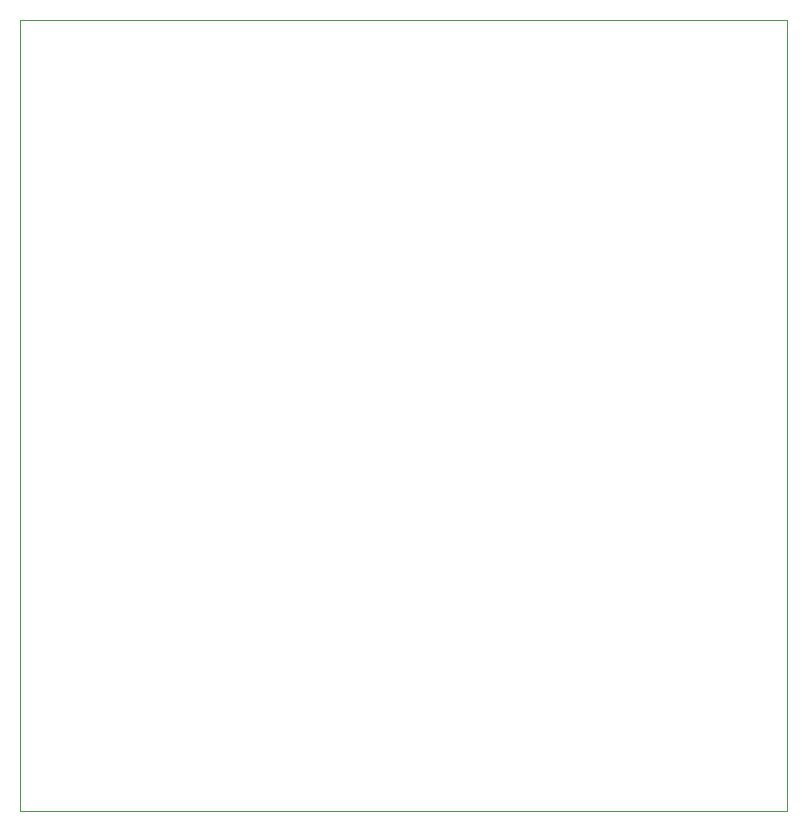
<source format=gm1>
%TF.GenerationSoftware,KiCad,Pcbnew,8.0.0-8.0.0-1~ubuntu22.04.1*%
%TF.CreationDate,2024-09-22T20:46:00-05:00*%
%TF.ProjectId,LCR_meter,4c43525f-6d65-4746-9572-2e6b69636164,rev?*%
%TF.SameCoordinates,Original*%
%TF.FileFunction,Profile,NP*%
%FSLAX46Y46*%
G04 Gerber Fmt 4.6, Leading zero omitted, Abs format (unit mm)*
G04 Created by KiCad (PCBNEW 8.0.0-8.0.0-1~ubuntu22.04.1) date 2024-09-22 20:46:00*
%MOMM*%
%LPD*%
G01*
G04 APERTURE LIST*
%TA.AperFunction,Profile*%
%ADD10C,0.050000*%
%TD*%
G04 APERTURE END LIST*
D10*
X120000000Y-137000000D02*
X120000000Y-70000000D01*
X185000000Y-70000000D02*
X185000000Y-137000000D01*
X120000000Y-70000000D02*
X185000000Y-70000000D01*
X185000000Y-137000000D02*
X120000000Y-137000000D01*
M02*

</source>
